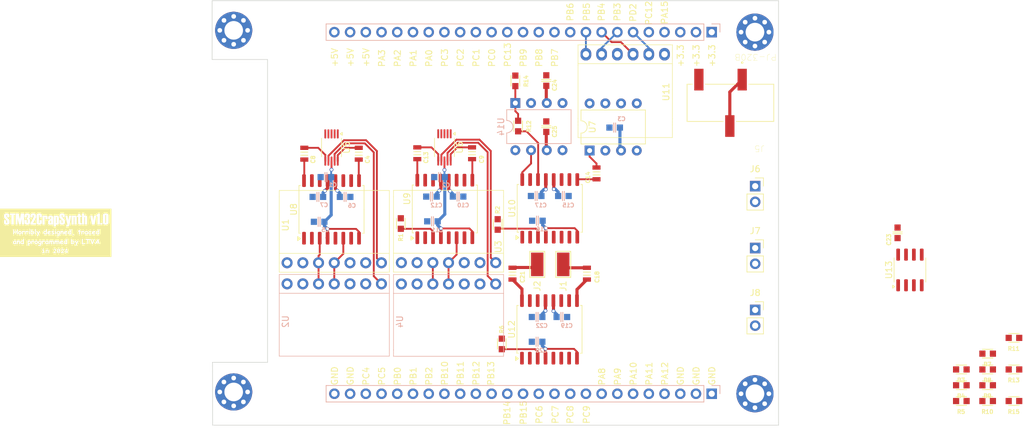
<source format=kicad_pcb>
(kicad_pcb (version 20240108) (generator "pcbnew") (generator_version "8.0")
  (layers (0 "F.Cu" signal) (31 "B.Cu" signal) (34 "B.Paste" user) (35 "F.Paste" user) (36 "B.SilkS" user "B.Silkscreen") (37 "F.SilkS" user "F.Silkscreen") (38 "B.Mask" user) (39 "F.Mask" user) (44 "Edge.Cuts" user))
  (net 0 "")
  (net 1 "+3.3V")
  (net 2 "CH2_TOVOL")
  (net 3 "Net-(U8-VinR)")
  (net 4 "P,+15")
  (net 5 "GND")
  (net 6 "P,-15")
  (net 7 "/PB11")
  (net 8 "Net-(U8-VinL)")
  (net 9 "/PC4{slash}adc2_in5")
  (net 10 "/PB10")
  (net 11 "CH1_TOVOL")
  (net 12 "/PA12{slash}usb_dp")
  (net 13 "CH4_TOVOL")
  (net 14 "/PB14{slash}adc4_in4")
  (net 15 "Net-(U9-VinR)")
  (net 16 "/PA11{slash}usb_dm")
  (net 17 "CH3_TOVOL")
  (net 18 "Net-(U9-VinL)")
  (net 19 "Net-(U10-VinR)")
  (net 20 "/PA8(clock)")
  (net 21 "+5V")
  (net 22 "NOISE_TOVOL")
  (net 23 "DAC_tovol1")
  (net 24 "Net-(U12-VinR)")
  (net 25 "DAC_tovol2")
  (net 26 "Net-(U12-VinL)")
  (net 27 "P,-5")
  (net 28 "ZCEN_2")
  (net 29 "CS_AD9833_3")
  (net 30 "ZCEN_3")
  (net 31 "NOISE_CLK_SEL")
  (net 32 "PWM3")
  (net 33 "/PC2")
  (net 34 "ZCEN_1")
  (net 35 "Analog_CLK")
  (net 36 "PWM1")
  (net 37 "ZCEN_DAC")
  (net 38 "CS_AD9833_2")
  (net 39 "Analog_data")
  (net 40 "/PB12{slash}adc4_in3")
  (net 41 "/PC5{slash}adc2_in11")
  (net 42 "MUX_SEL_3")
  (net 43 "FLASH_MISO")
  (net 44 "FILT_CLK")
  (net 45 "MUX_SEL_4")
  (net 46 "CS_AD9833_1")
  (net 47 "FLASH_CLK")
  (net 48 "MUX_SEL_1")
  (net 49 "PWM4")
  (net 50 "NOISE_CS")
  (net 51 "CS_AD9833_4")
  (net 52 "MUX_SEL_2")
  (net 53 "ATTEN_CS")
  (net 54 "FLASH_MOSI")
  (net 55 "FLASH_CS")
  (net 56 "NOISE_CLK")
  (net 57 "NOISE_DI")
  (net 58 "PWM2")
  (net 59 "Net-(U13-OUT_A)")
  (net 60 "Analog_data_out1")
  (net 61 "Analog_data_out2")
  (net 62 "Net-(U13-IN_A)")
  (net 63 "CH1_OUT")
  (net 64 "CH2_OUT")
  (net 65 "CH3_OUT")
  (net 66 "Analog_data_out3")
  (net 67 "CH4_OUT")
  (net 68 "Net-(U13-INV_IN_A)")
  (net 69 "NOISE_OUT")
  (net 70 "DAC_out1")
  (net 71 "Net-(U14-Vin)")
  (net 72 "FILTER_FEEDBACK_OUT")
  (net 73 "DAC_out2")
  (net 74 "CH4_TOFILT")
  (net 75 "DDS1_out")
  (net 76 "DDS2_out")
  (net 77 "DDS3_out")
  (net 78 "DDS4_out")
  (net 85 "/PB2")
  (footprint "4ms_Connector:Socket_1x02_2.54mm_TH" (layer "F.Cu") (at 186 98.46)
    (property "Reference" "J8")
    (property "Value" "Screw_Terminal_01x02" (hide yes))
  )
  (footprint "4ms_Capacitor:C_0805" (layer "F.Cu") (at 146.79 92.6 90)
    (property "Reference" "C21")
    (property "Value" "22uF_0603_16V" (hide yes))
  )
  (footprint "Package_SO:SOIC-16W_7.5x10.3mm_P1.27mm" (layer "F.Cu") (at 135.86 82.144 90)
    (property "Reference" "U9")
    (property "Value" "~" (hide yes))
  )
  (footprint "4ms_Resistor:R_0603" (layer "F.Cu") (at 223.555 110.625)
    (property "Reference" "R9")
    (property "Value" "3.0k_0603_0.1%" (hide yes))
  )
  (footprint "4ms_Capacitor:C_0603" (layer "F.Cu") (at 209 86 90)
    (property "Reference" "C23")
    (property "Value" "0.22uF_0603_25V" (hide yes))
  )
  (footprint "4ms_Capacitor:C_0805" (layer "F.Cu") (at 160.365 76.4 90)
    (property "Reference" "C14")
    (property "Value" "22uF_0603_16V" (hide yes))
  )
  (footprint "4ms_Resistor:R_0603" (layer "F.Cu") (at 219.305 113.175)
    (property "Reference" "R5")
    (property "Value" "3.0k_0603_0.1%" (hide yes))
  )
  (footprint "4ms_Capacitor:C_0805" (layer "F.Cu") (at 113.155 73.218999 90)
    (property "Reference" "C8")
    (property "Value" "22uF_0603_16V" (hide yes))
  )
  (footprint "myLibrary:M3" (layer "F.Cu") (at 185.962184 53.577958)
    (property "Reference" "J4" (hide yes))
    (property "Value" "Conn_01x01" (hide yes))
  )
  (footprint "project:AD9833" (layer "F.Cu") (at 118 90.844 90)
    (property "Reference" "U1")
    (property "Value" "~" (hide yes))
  )
  (footprint "4ms_Resistor:R_0603" (layer "F.Cu") (at 223.555 108.075)
    (property "Reference" "R8")
    (property "Value" "2.2k_0603" (hide yes))
  )
  (footprint "Package_SO:SOIC-16W_7.5x10.3mm_P1.27mm" (layer "F.Cu") (at 117.555 82.218999 90)
    (property "Reference" "U8")
    (property "Value" "~" (hide yes))
  )
  (footprint "4ms_Connector:Socket_1x02_2.54mm_TH" (layer "F.Cu") (at 186 88.46)
    (property "Reference" "J7")
    (property "Value" "Screw_Terminal_01x02" (hide yes))
  )
  (footprint "project:logo_negative" (layer "F.Cu") (at 73 86)
    (property "Reference" "G***" (hide yes))
    (property "Value" "LOGO" (hide yes))
  )
  (footprint "TestPoint:TestPoint_Keystone_5019_Minature" (layer "F.Cu") (at 154.99 91.1 90)
    (property "Reference" "J1")
    (property "Value" "~" (hide yes))
  )
  (footprint "4ms_Resistor:R_0603" (layer "F.Cu") (at 223.555 113.175)
    (property "Reference" "R10")
    (property "Value" "1k_0603_0.1%" (hide yes))
  )
  (footprint "myLibrary:M3" (layer "F.Cu") (at 185.960142 112)
    (property "Reference" "J3" (hide yes))
    (property "Value" "Conn_01x01" (hide yes))
  )
  (footprint "Package_SO:VSSOP-10_3x3mm_P0.5mm" (layer "F.Cu") (at 135.8 72.2 -90)
    (property "Reference" "U6")
    (property "Value" "~" (hide yes))
  )
  (footprint "4ms_Resistor:R_0603" (layer "F.Cu") (at 128.75 84.5 -90)
    (property "Reference" "R1")
    (property "Value" "100k_0603" (hide yes))
  )
  (footprint "4ms_Capacitor:C_0805" (layer "F.Cu") (at 158.815 92.6 90)
    (property "Reference" "C18")
    (property "Value" "22uF_0603_16V" (hide yes))
  )
  (footprint "4ms_Resistor:R_0603" (layer "F.Cu") (at 147.25 61.45 90)
    (property "Reference" "R14")
    (property "Value" "1k_0603_0.1%" (hide yes))
  )
  (footprint "4ms_Capacitor:C_0805" (layer "F.Cu") (at 131.41 73.144 90)
    (property "Reference" "C13")
    (property "Value" "22uF_0603_16V" (hide yes))
  )
  (footprint "4ms_Capacitor:C_0603" (layer "F.Cu") (at 152.25 68.85 90)
    (property "Reference" "C25")
    (property "Value" "0.22uF_0603_25V" (hide yes))
  )
  (footprint "4ms_Resistor:R_0603" (layer "F.Cu") (at 219.305 110.625)
    (property "Reference" "R4")
    (property "Value" "3.0k_0603_0.1%" (hide yes))
  )
  (footprint "4ms_Resistor:R_0603" (layer "F.Cu") (at 227.805 113.175)
    (property "Reference" "R15")
    (property "Value" "1k_0603_0.1%" (hide yes))
  )
  (footprint "project:BOOMELE_PJ-320B" (layer "F.Cu") (at 181 65 180)
    (property "Reference" "J5")
    (property "Value" "PJ-320B")
  )
  (footprint "myLibrary:M3" (layer "F.Cu") (at 101.750142 111.71)
    (property "Reference" "J5" (hide yes))
    (property "Value" "Conn_01x01")
  )
  (footprint "4ms_Resistor:R_0603" (layer "F.Cu") (at 227.805 102.975)
    (property "Reference" "R11")
    (property "Value" "3.0k_0603_0.1%" (hide yes))
  )
  (footprint "4ms_Resistor:R_0603" (layer "F.Cu") (at 144.4 84.65 -90)
    (property "Reference" "R2")
    (property "Value" "100k_0603" (hide yes))
  )
  (footprint "4ms_Resistor:R_0603" (layer "F.Cu") (at 219.305 108.075)
    (property "Reference" "R3")
    (property "Value" "3.0k_0603_0.1%" (hide yes))
  )
  (footprint "4ms_Resistor:R_0603" (layer "F.Cu") (at 147.7 68.75 90)
    (property "Reference" "R12")
    (property "Value" "1k_0603_0.1%" (hide yes))
  )
  (footprint "4ms_Resistor:R_0603" (layer "F.Cu") (at 145.065 103.95 -90)
    (property "Reference" "R6")
    (property "Value" "100k_0603" (hide yes))
  )
  (footprint "project:AD9833" (layer "F.Cu") (at 136.46 90.824 90)
    (property "Reference" "U3")
    (property "Value" "~" (hide yes))
  )
  (footprint "4ms_Connector:Socket_1x02_2.54mm_TH" (layer "F.Cu") (at 186 78.46)
    (property "Reference" "J6")
    (property "Value" "Screw_Terminal_01x02" (hide yes))
  )
  (footprint "TestPoint:TestPoint_Keystone_5019_Minature" (layer "F.Cu") (at 150.79 91.1 90)
    (property "Reference" "J2")
    (property "Value" "~" (hide yes))
  )
  (footprint "Package_SO:SOIC-8_3.9x4.9mm_P1.27mm" (layer "F.Cu") (at 211 92 90)
    (property "Reference" "U13")
    (property "Value" "~")
  )
  (footprint "project:W25Q128_board" (layer "F.Cu") (at 165 57.15 -90)
    (property "Reference" "U11")
    (property "Value" "~" (hide yes))
  )
  (footprint "4ms_Resistor:R_0603" (layer "F.Cu") (at 227.805 108.075)
    (property "Reference" "R13")
    (property "Value" "3.0k_0603_0.1%" (hide yes))
  )
  (footprint "4ms_Capacitor:C_0805" (layer "F.Cu") (at 121.955 73.218999 90)
    (property "Reference" "C4")
    (property "Value" "22uF_0603_16V" (hide yes))
  )
  (footprint "4ms_Capacitor:C_0603" (layer "F.Cu") (at 152.25 61.4 90)
    (property "Reference" "C24")
    (property "Value" "0.22uF_0603_25V" (hide yes))
  )
  (footprint "4ms_Package_DIP:DIP-8pin_TH" (layer "F.Cu") (at 159.25 72.71 90)
    (property "Reference" "U7")
    (property "Value" "~" (hide yes))
  )
  (footprint "4ms_Capacitor:C_0805" (layer "F.Cu") (at 140.26 73.144 90)
    (property "Reference" "C9")
    (property "Value" "22uF_0603_16V" (hide yes))
  )
  (footprint "Package_SO:VSSOP-10_3x3mm_P0.5mm" (layer "F.Cu") (at 117.555 72.218999 -90)
    (property "Reference" "U5")
    (property "Value" "~" (hide yes))
  )
  (footprint "Package_SO:SOIC-16W_7.5x10.3mm_P1.27mm" (layer "F.Cu") (at 152.765 101.6 90)
    (property "Reference" "U12")
    (property "Value" "~" (hide yes))
  )
  (footprint "4ms_Resistor:R_0603" (layer "F.Cu") (at 223.555 105.525)
    (property "Reference" "R7")
    (property "Value" "3.0k_0603_0.1%" (hide yes))
  )
  (footprint "Package_SO:SOIC-16W_7.5x10.3mm_P1.27mm" (layer "F.Cu") (at 152.815 82.05 90)
    (property "Reference" "U10")
    (property "Value" "~" (hide yes))
  )
  (footprint "4ms_Capacitor:C_0603" (layer "B.Cu") (at 133.86 84.144 180)
    (property "Reference" "C11")
    (property "Value" "0.22uF_0603_25V" (hide yes))
  )
  (footprint "project:AD9833" (layer "B.Cu") (at 118 94.244 -90)
    (property "Reference" "U2")
    (property "Value" "~" (hide yes))
  )
  (footprint "4ms_Capacitor:C_0603" (layer "B.Cu") (at 115.555 84.218999 180)
    (property "Reference" "C5")
    (property "Value" "0.22uF_0603_25V" (hide yes))
  )
  (footprint "4ms_Capacitor:C_0603" (layer "B.Cu") (at 150.815 84.05 180)
    (property "Reference" "C16")
    (property "Value" "0.22uF_0603_25V" (hide yes))
  )
  (footprint "4ms_Capacitor:C_0603" (layer "B.Cu") (at 150.615 80.05 180)
    (property "Reference" "C17")
    (property "Value" "0.22uF_0603_25V" (hide yes))
  )
  (footprint "Connector_PinSocket_2.54mm:PinSocket_1x25_P2.54mm_Vertical" (layer "B.Cu") (at 178.975142 112 90)
    (property "Reference" "J3" (hide yes))
    (property "Value" "Conn_01x25_Socket" (hide yes))
  )
  (footprint "4ms_Capacitor:C_0603" (layer "B.Cu") (at 119.75 80.2)
    (property "Reference" "C6")
    (property "Value" "0.22uF_0603_25V" (hide yes))
  )
  (footprint "4ms_Capacitor:C_0603" (layer "B.Cu") (at 150.765 99.6 180)
    (property "Reference" "C22")
    (property "Value" "0.22uF_0603_25V" (hide yes))
  )
  (footprint "4ms_Capacitor:C_0603" (layer "B.Cu") (at 155.015 80.05)
    (property "Reference" "C15")
    (property "Value" "0.22uF_0603_25V" (hide yes))
  )
  (footprint "4ms_Capacitor:C_0603" (layer "B.Cu") (at 116.65 77 180)
    (property "Reference" "C1")
    (property "Value" "0.22uF_0603_25V" (hide yes))
  )
  (footprint "4ms_Capacitor:C_0603" (layer "B.Cu") (at 138 80.144)
    (property "Reference" "C10")
    (property "Value" "0.22uF_0603_25V" (hide yes))
  )
  (footprint "4ms_Capacitor:C_0603" (layer "B.Cu") (at 115.35 80.2 180)
    (property "Reference" "C7")
    (property "Value" "0.22uF_0603_25V" (hide yes))
  )
  (footprint "project:AD9833" (layer "B.Cu") (at 136.46 94.264 -90)
    (property "Reference" "U4")
    (property "Value" "~" (hide yes))
  )
  (footprint "4ms_Capacitor:C_0603" (layer "B.Cu") (at 135 77 180)
    (property "Reference" "C2")
    (property "Value" "0.22uF_0603_25V" (hide yes))
  )
  (footprint "myLibrary:M3" (layer "B.Cu") (at 101.750142 53.29 180)
    (property "Reference" "J2" (hide yes))
    (property "Value" "Conn_01x01" (hide yes))
  )
  (footprint "4ms_Package_DIP:DIP-8pin_TH" (layer "B.Cu") (at 147.25 65.04 -90)
    (property "Reference" "U14")
    (property "Value" "~" (hide yes))
  )
  (footprint "4ms_Capacitor:C_0603" (layer "B.Cu") (at 163.3 69 180)
    (property "Reference" "C3")
    (property "Value" "0.22uF_0603_25V" (hide yes))
  )
  (footprint "4ms_Capacitor:C_0603" (layer "B.Cu") (at 150.765 103.6 180)
    (property "Reference" "C20")
    (property "Value" "0.22uF_0603_25V" (hide yes))
  )
  (footprint "4ms_Capacitor:C_0603" (layer "B.Cu") (at 133.7 80.15 180)
    (property "Reference" "C12")
    (property "Value" "0.22uF_0603_25V" (hide yes))
  )
  (footprint "Connector_PinSocket_2.54mm:PinSocket_1x25_P2.54mm_Vertical" (layer "B.Cu") (at 178.975142 53.58 90)
    (property "Reference" "J4" (hide yes))
    (property "Value" "Conn_01x25_Socket" (hide yes))
  )
  (footprint "4ms_Capacitor:C_0603" (layer "B.Cu") (at 154.765 99.6)
    (property "Reference" "C19")
    (property "Value" "0.22uF_0603_25V" (hide yes))
  )
  (gr_circle (center 101.760142 53.301285) (end 101.700142 51.901285) (stroke (width 0.1)) (fill none) (layer "Edge.Cuts"))
  (gr_line (start 98.270142 58.000001) (end 107.220177 58.000001) (stroke (width 0.1)) (layer "Edge.Cuts"))
  (gr_circle (center 185.960142 53.58) (end 185.660142 52.179734) (stroke (width 0.1)) (fill none) (layer "Edge.Cuts"))
  (gr_line (start 98.330142 106.92) (end 98.350142 117.08) (stroke (width 0.1)) (layer "Edge.Cuts"))
  (gr_line (start 189.770142 117.08) (end 189.770142 48.5) (stroke (width 0.1)) (layer "Edge.Cuts"))
  (gr_circle (center 186 112) (end 185.98 110.6) (stroke (width 0.1)) (fill none) (layer "Edge.Cuts"))
  (gr_circle (center 101.750142 111.710571) (end 101.790142 110.310571) (stroke (width 0.1)) (fill none) (layer "Edge.Cuts"))
  (gr_line (start 107.220142 58.025) (end 107.220142 106.92) (stroke (width 0.1)) (layer "Edge.Cuts"))
  (gr_line (start 98.270142 48.5) (end 189.770142 48.5) (stroke (width 0.1)) (layer "Edge.Cuts"))
  (gr_circle (center 101.725142 53.301285) (end 101.665142 51.901285) (stroke (width 0.1)) (fill none) (layer "Edge.Cuts"))
  (gr_line (start 107.220142 106.92) (end 98.330142 106.92) (stroke (width 0.1)) (layer "Edge.Cuts"))
  (gr_line (start 189.770142 117.08) (end 98.350142 117.08) (stroke (width 0.1)) (layer "Edge.Cuts"))
  (gr_line (start 98.270142 48.5) (end 98.270142 58.000001) (stroke (width 0.1)) (layer "Edge.Cuts"))
  (gr_circle (center 101.715142 111.710571) (end 101.755142 110.310571) (stroke (width 0.1)) (fill none) (layer "Edge.Cuts"))
  (gr_text "+3.3" (at 177.070142 59.295 90) (layer "F.SilkS") (effects (font (size 1 1)) (justify left bottom)))
  (gr_text "PB9" (at 149.130142 59.295 90) (layer "F.SilkS") (effects (font (size 1 1)) (justify left bottom)))
  (gr_text "GND" (at 174.530142 110.73 90) (layer "F.SilkS") (effects (font (size 1 1)) (justify left bottom)))
  (gr_text "+5V" (at 123.730142 59.295 90) (layer "F.SilkS") (effects (font (size 1 1)) (justify left bottom)))
  (gr_text "PA1" (at 131.350142 59.295 90) (layer "F.SilkS") (effects (font (size 1 1)) (justify left bottom)))
  (gr_text "PB8" (at 151.670142 59.295 90) (layer "F.SilkS") (effects (font (size 1 1)) (justify left bottom)))
  (gr_text "PB0" (at 128.810142 110.73 90) (layer "F.SilkS") (effects (font (size 1 1)) (justify left bottom)))
  (gr_text "PB11" (at 138.970142 110.73 90) (layer "F.SilkS") (effects (font (size 1 1)) (justify left bottom)))
  (gr_text "PC1" (at 141.510142 59.295 90) (layer "F.SilkS") (effects (font (size 1 1)) (justify left bottom)))
  (gr_text "PC3" (at 136.430142 59.295 90) (layer "F.SilkS") (effects (font (size 1 1)) (justify left bottom)))
  (gr_text "+3.3" (at 179.610142 59.295 90) (layer "F.SilkS") (effects (font (size 1 1)) (justify left bottom)))
  (gr_text "PB5" (at 159.35 51.9 90) (layer "F.SilkS") (effects (font (size 1 1)) (justify left bottom)))
  (gr_text "PA0" (at 133.890142 59.295 90) (layer "F.SilkS") (effects (font (size 1 1)) (justify left bottom)))
  (gr_text "GND" (at 179.610142 110.73 90) (layer "F.SilkS") (effects (font (size 1 1)) (justify left bottom)))
  (gr_text "PC4" (at 123.730142 110.73 90) (layer "F.SilkS") (effects (font (size 1 1)) (justify left bottom)))
  (gr_text "PA12" (at 171.990142 110.73 90) (layer "F.SilkS") (effects (font (size 1 1)) (justify left bottom)))
  (gr_text "+5V" (at 121.190142 59.295 90) (layer "F.SilkS") (effects (font (size 1 1)) (justify left bottom)))
  (gr_text "PB1" (at 131.350142 110.73 90) (layer "F.SilkS") (effects (font (size 1 1)) (justify left bottom)))
  (gr_text "PB13" (at 143.9 110.75 90) (layer "F.SilkS") (effects (font (size 1 1)) (justify left bottom)))
  (gr_text "PD2" (at 166.85 52 90) (layer "F.SilkS") (effects (font (size 1 1)) (justify left bottom)))
  (gr_text "PC0" (at 144.050142 59.295 90) (layer "F.SilkS") (effects (font (size 1 1)) (justify left bottom)))
  (gr_text "PA10" (at 166.910142 110.73 90) (layer "F.SilkS") (effects (font (size 1 1)) (justify left bottom)))
  (gr_text "PA9" (at 164.370142 110.73 90) (layer "F.SilkS") (effects (font (size 1 1)) (justify left bottom)))
  (gr_text "PC9" (at 159.35 116.95 90) (layer "F.SilkS") (effects (font (size 1 1)) (justify left bottom)))
  (gr_text "PB4" (at 161.75 51.9 90) (layer "F.SilkS") (effects (font (size 1 1)) (justify left bottom)))
  (gr_text "PA2" (at 128.810142 59.295 90) (layer "F.SilkS") (effects (font (size 1 1)) (justify left bottom)))
  (gr_text "+3.3" (at 174.530142 59.295 90) (layer "F.SilkS") (effects (font (size 1 1)) (justify left bottom)))
  (gr_text "PA3" (at 126.270142 59.295 90) (layer "F.SilkS") (effects (font (size 1 1)) (justify left bottom)))
  (gr_text "GND" (at 118.650142 110.73 90) (layer "F.SilkS") (effects (font (size 1 1)) (justify left bottom)))
  (gr_text "PB10" (at 136.430142 110.73 90) (layer "F.SilkS") (effects (font (size 1 1)) (justify left bottom)))
  (gr_text "PB14" (at 146.5 117.15 90) (layer "F.SilkS") (effects (font (size 1 1)) (justify left bottom)))
  (gr_text "PB12" (at 141.510142 110.73 90) (layer "F.SilkS") (effects (font (size 1 1)) (justify left bottom)))
  (gr_text "PC7" (at 154.3 116.95 90) (layer "F.SilkS") (effects (font (size 1 1)) (justify left bottom)))
  (gr_text "PC6" (at 151.7 116.95 90) (layer "F.SilkS") (effects (font (size 1 1)) (justify left bottom)))
  (gr_text "PB6" (at 156.7 51.9 90) (layer "F.SilkS") (effects (font (size 1 1)) (justify left bottom)))
  (gr_text "PA8" (at 161.830142 110.73 90) (layer "F.SilkS") (effects (font (size 1 1)) (justify left bottom)))
  (gr_text "PC13" (at 146.590142 59.295 90) (layer "F.SilkS") (effects (font (size 1 1)) (justify left bottom)))
  (gr_text "PB15" (at 149.15 117.1 90) (layer "F.SilkS") (effects (font (size 1 1)) (justify left bottom)))
  (gr_text "PB2" (at 133.890142 110.73 90) (layer "F.SilkS") (effects (font (size 1 1)) (justify left bottom)))
  (gr_text "PC12" (at 169.4 52.55 90) (layer "F.SilkS") (effects (font (size 1 1)) (justify left bottom)))
  (gr_text "PC2" (at 138.970142 59.295 90) (layer "F.SilkS") (effects (font (size 1 1)) (justify left bottom)))
  (gr_text "PC5" (at 126.270142 110.73 90) (layer "F.SilkS") (effects (font (size 1 1)) (justify left bottom)))
  (gr_text "+5V" (at 118.650142 59.295 90) (layer "F.SilkS") (effects (font (size 1 1)) (justify left bottom)))
  (gr_text "PA11" (at 169.450142 110.73 90) (layer "F.SilkS") (effects (font (size 1 1)) (justify left bottom)))
  (gr_text "GND" (at 121.190142 110.73 90) (layer "F.SilkS") (effects (font (size 1 1)) (justify left bottom)))
  (gr_text "PA15" (at 171.95 52.4 90) (layer "F.SilkS") (effects (font (size 1 1)) (justify left bottom)))
  (gr_text "PC8" (at 156.7 116.95 90) (layer "F.SilkS") (effects (font (size 1 1)) (justify left bottom)))
  (gr_text "PB7" (at 154.210142 59.295 90) (layer "F.SilkS") (effects (font (size 1 1)) (justify left bottom)))
  (gr_text "PB3" (at 164.3 51.9 90) (layer "F.SilkS") (effects (font (size 1 1)) (justify left bottom)))
  (gr_text "GND" (at 177.070142 110.73 90) (layer "F.SilkS") (effects (font (size 1 1)) (justify left bottom)))
  (segment (start 119.755 72.268999) (end 121.955 72.268999) (width 0.3) (layer "F.Cu") (net 2))
  (segment (start 118.555 74.418999) (end 118.555 73.468999) (width 0.3) (layer "F.Cu") (net 2))
  (segment (start 118.555 73.468999) (end 119.755 72.268999) (width 0.3) (layer "F.Cu") (net 2))
  (segment (start 121.955 74.168999) (end 121.955 77.523999) (width 0.3) (layer "F.Cu") (net 3))
  (segment (start 121.955 77.523999) (end 122 77.568999) (width 0.3) (layer "F.Cu") (net 3))
  (segment (start 153.465 77.415) (end 153.45 77.4) (width 0.5) (layer "F.Cu") (net 4))
  (segment (start 136.7205 79.2705) (end 136.495 79.045) (width 0.5) (layer "F.Cu") (net 4))
  (segment (start 153.465 78.95) (end 153.465 77.415) (width 0.5) (layer "F.Cu") (net 4))
  (segment (start 136.495 79.045) (end 136.495 77.494) (width 0.5) (layer "F.Cu") (net 4))
  (segment (start 136.7205 79.2795) (end 136.7205 79.2705) (width 0.5) (layer "F.Cu") (net 4))
  (segment (start 118.5 79.2) (end 118.19 78.89) (width 0.5) (layer "F.Cu") (net 4))
  (segment (start 153.415 96.965) (end 153.4 96.95) (width 0.5) (layer "F.Cu") (net 4))
  (segment (start 153.415 98.65) (end 153.415 96.965) (width 0.5) (layer "F.Cu") (net 4))
  (segment (start 118.19 78.89) (end 118.19 77.568999) (width 0.5) (layer "F.Cu") (net 4))
  (segment (start 118.255 77.633999) (end 118.19 77.568999) (width 0.5) (layer "F.Cu") (net 4))
  (via (at 153.415 98.65) (size 0.6) (drill 0.4) (layers "F.Cu" "B.Cu") (net 4))
  (via (at 153.465 78.95) (size 0.6) (drill 0.4) (layers "F.Cu" "B.Cu") (net 4))
  (via (at 136.7205 79.2795) (size 0.6) (drill 0.4) (layers "F.Cu" "B.Cu") (net 4))
  (via (at 118.5 79.2) (size 0.6) (drill 0.4) (layers "F.Cu" "B.Cu") (net 4))
  (segment (start 153.915 99.6) (end 153.915 99.15) (width 0.5) (layer "B.Cu") (net 4))
  (segment (start 154.165 79.4) (end 154.165 80.05) (width 0.5) (layer "B.Cu") (net 4))
  (segment (start 118.9 79.6) (end 118.9 80.2) (width 0.5) (layer "B.Cu") (net 4))
  (segment (start 153.915 99.15) (end 153.415 98.65) (width 0.5) (layer "B.Cu") (net 4))
  (segment (start 118.5 79.2) (end 118.9 79.6) (width 0.5) (layer "B.Cu") (net 4))
  (segment (start 153.715 78.95) (end 154.165 79.4) (width 0.5) (layer "B.Cu") (net 4))
  (segment (start 137.15 79.709) (end 137.15 80.144) (width 0.5) (layer "B.Cu") (net 4))
  (segment (start 136.7205 79.2795) (end 137.15 79.709) (width 0.5) (layer "B.Cu") (net 4))
  (segment (start 153.465 78.95) (end 153.715 78.95) (width 0.5) (layer "B.Cu") (net 4))
  (segment (start 116.92 78.78) (end 116.92 77.568999) (width 0.5) (layer "F.Cu") (net 6))
  (segment (start 152.115 98.6) (end 152.115 96.965) (width 0.5) (layer "F.Cu") (net 6))
  (segment (start 134.975 79.175) (end 135.225 78.925) (width 0.5) (layer "F.Cu") (net 6))
  (segment (start 116.475 79.225) (end 116.92 78.78) (width 0.5) (layer "F.Cu") (net 6))
  (segment (start 152.115 96.965) (end 152.13 96.95) (width 0.5) (layer "F.Cu") (net 6))
  (segment (start 152.165 79) (end 152.165 77.415) (width 0.5) (layer "F.Cu") (net 6))
  (segment (start 152.165 77.415) (end 152.18 77.4) (width 0.5) (layer "F.Cu") (net 6))
  (segment (start 135.225 78.925) (end 135.225 77.494) (width 0.5) (layer "F.Cu") (net 6))
  (via (at 116.475 79.225) (size 0.6) (drill 0.4) (layers "F.Cu" "B.Cu") (net 6))
  (via (at 134.975 79.175) (size 0.6) (drill 0.4) (layers "F.Cu" "B.Cu") (net 6))
  (via (at 152.165 79) (size 0.6) (drill 0.4) (layers "F.Cu" "B.Cu") (net 6))
  (via (at 152.115 98.6) (size 0.6) (drill 0.4) (layers "F.Cu" "B.Cu") (net 6))
  (segment (start 151.615 99.1) (end 152.115 98.6) (width 0.5) (layer "B.Cu") (net 6))
  (segment (start 116.2 79.5) (end 116.2 80.2) (width 0.5) (layer "B.Cu") (net 6))
  (segment (start 151.615 99.6) (end 151.615 99.1) (width 0.5) (layer "B.Cu") (net 6))
  (segment (start 134.55 79.6) (end 134.55 80.2) (width 0.5) (layer "B.Cu") (net 6))
  (segment (start 151.865 79) (end 151.465 79.4) (width 0.5) (layer "B.Cu") (net 6))
  (segment (start 134.975 79.175) (end 134.55 79.6) (width 0.5) (layer "B.Cu") (net 6))
  (segment (start 151.465 79.4) (end 151.465 80.05) (width 0.5) (layer "B.Cu") (net 6))
  (segment (start 116.475 79.225) (end 116.2 79.5) (width 0.5) (layer "B.Cu") (net 6))
  (segment (start 152.165 79) (end 151.865 79) (width 0.5) (layer "B.Cu") (net 6))
  (segment (start 113.155 77.523999) (end 113.11 77.568999) (width 0.3) (layer "F.Cu") (net 8))
  (segment (start 113.155 74.168999) (end 113.155 77.523999) (width 0.3) (layer "F.Cu") (net 8))
  (segment (start 116.555 74.418999) (end 116.555 73.418999) (width 0.3) (layer "F.Cu") (net 11))
  (segment (start 116.555 73.418999) (end 115.405 72.268999) (width 0.3) (layer "F.Cu") (net 11))
  (segment (start 115.405 72.268999) (end 113.155 72.268999) (width 0.3) (layer "F.Cu") (net 11))
  (segment (start 137.906 72.194) (end 136.8 73.3) (width 0.3) (layer "F.Cu") (net 13))
  (segment (start 136.8 73.3) (end 136.8 74.4) (width 0.3) (layer "F.Cu") (net 13))
  (segment (start 140.26 72.194) (end 137.906 72.194) (width 0.3) (layer "F.Cu") (net 13))
  (segment (start 140.305 74.139) (end 140.26 74.094) (width 0.3) (layer "F.Cu") (net 15))
  (segment (start 140.305 77.494) (end 140.305 74.139) (width 0.3) (layer "F.Cu") (net 15))
  (segment (start 131.41 72.194) (end 133.694 72.194) (width 0.3) (layer "F.Cu") (net 17))
  (segment (start 133.694 72.194) (end 134.8 73.3) (width 0.3) (layer "F.Cu") (net 17))
  (segment (start 134.8 73.3) (end 134.8 74.4) (width 0.3) (layer "F.Cu") (net 17))
  (segment (start 131.415 74.099) (end 131.41 74.094) (width 0.3) (layer "F.Cu") (net 18))
  (segment (start 131.415 77.494) (end 131.415 74.099) (width 0.3) (layer "F.Cu") (net 18))
  (segment (start 157.31 77.35) (end 157.26 77.4) (width 0.3) (layer "F.Cu") (net 19))
  (segment (start 160.365 77.35) (end 157.31 77.35) (width 0.3) (layer "F.Cu") (net 19))
  (segment (start 157.26 86.7) (end 157.26 85.675001) (width 0.3) (layer "F.Cu") (net 21))
  (segment (start 135.235 85.294) (end 135.235 86.784) (width 0.5) (layer "F.Cu") (net 21))
  (segment (start 140.305 85.769001) (end 139.829999 85.294) (width 0.3) (layer "F.Cu") (net 21))
  (segment (start 122 86.868999) (end 122 85.844) (width 0.3) (layer "F.Cu") (net 21))
  (segment (start 122 85.844) (end 121.524999 85.368999) (width 0.3) (layer "F.Cu") (net 21))
  (segment (start 152.25 72.58) (end 152.33 72.66) (width 0.5) (layer "F.Cu") (net 21))
  (segment (start 152.115 106.235) (end 152.13 106.25) (width 0.5) (layer "F.Cu") (net 21))
  (segment (start 157.26 85.675001) (end 156.834999 85.25) (width 0.3) (layer "F.Cu") (net 21))
  (segment (start 157.21 105.225001) (end 156.734999 104.75) (width 0.3) (layer "F.Cu") (net 21))
  (segment (start 116.855 86.803999) (end 116.92 86.868999) (width 0.5) (layer "F.Cu") (net 21))
  (segment (start 152.165 85.25) (end 152.165 86.685) (width 0.5) (layer "F.Cu") (net 21))
  (segment (start 152.115 104.75) (end 152.115 106.235) (width 0.5) (layer "F.Cu") (net 21))
  (segment (start 121.524999 85.368999) (end 116.905 85.368999) (width 0.3) (layer "F.Cu") (net 21))
  (segment (start 156.834999 85.25) (end 152.165 85.25) (width 0.3) (layer "F.Cu") (net 21))
  (segment (start 116.905 86.853999) (end 116.92 86.868999) (width 0.5) (layer "F.Cu") (net 21))
  (segment (start 140.305 86.794) (end 140.305 85.769001) (width 0.3) (layer "F.Cu") (net 21))
  (segment (start 117.555 75.795) (end 117.555 74.418999) (width 0.3) (layer "F.Cu") (net 21))
  (segment (start 139.829999 85.294) (end 135.235 85.294) (width 0.3) (layer "F.Cu") (net 21))
  (segment (start 116.905 85.368999) (end 116.905 86.853999) (width 0.5) (layer "F.Cu") (net 21))
  (segment (start 152.25 69.7) (end 152.25 72.58) (width 0.5) (layer "F.Cu") (net 21))
  (segment (start 156.734999 104.75) (end 152.115 104.75) (width 0.3) (layer "F.Cu") (net 21))
  (segment (start 117.55 75.8) (end 117.555 75.795) (width 0.3) (layer "F.Cu") (net 21))
  (segment (start 135.235 86.784) (end 135.225 86.794) (width 0.5) (layer "F.Cu") (net 21))
  (segment (start 152.165 86.685) (end 152.18 86.7) (width 0.5) (layer "F.Cu") (net 21))
  (segment (start 135.8 74.4) (end 135.8 75.85) (width 0.3) (layer "F.Cu") (net 21))
  (segment (start 157.21 106.25) (end 157.21 105.225001) (width 0.3) (layer "F.Cu") (net 21))
  (via (at 152.165 85.25) (size 0.6) (drill 0.4) (layers "F.Cu" "B.Cu") (net 21))
  (via (at 117.55 75.8) (size 0.6) (drill 0.4) (layers "F.Cu" "B.Cu") (net 21))
  (via (at 116.905 85.368999) (size 0.6) (drill 0.4) (layers "F.Cu" "B.Cu") (net 21))
  (via (at 135.235 85.294) (size 0.6) (drill 0.4) (layers "F.Cu" "B.Cu") (net 21))
  (via (at 152.115 104.75) (size 0.6) (drill 0.4) (layers "F.Cu" "B.Cu") (net 21))
  (via (at 135.8 75.85) (size 0.6) (drill 0.4) (layers "F.Cu" "B.Cu") (net 21))
  (segment (start 135.8 75.85) (end 135.8 76.95) (width 0.3) (layer "B.Cu") (net 21))
  (segment (start 135.8 76.95) (end 135.85 77) (width 0.3) (layer "B.Cu") (net 21))
  (segment (start 151.665 84.75) (end 152.165 85.25) (width 0.5) (layer "B.Cu") (net 21))
  (segment (start 164.15 72.53) (end 164.33 72.71) (width 0.5) (layer "B.Cu") (net 21))
  (segment (start 116.405 84.868999) (end 116.405 84.218999) (width 0.5) (layer "B.Cu") (net 21))
  (segment (start 151.615 104.25) (end 152.115 104.75) (width 0.5) (layer "B.Cu") (net 21))
  (segment (start 116.905 85.368999) (end 116.405 84.868999) (width 0.5) (layer "B.Cu") (net 21))
  (segment (start 151.665 84.05) (end 151.665 84.75) (width 0.5) (layer "B.Cu") (net 21))
  (segment (start 117.5 83.123999) (end 117.5 77) (width 0.5) (layer "B.Cu") (net 21))
  (segment (start 134.71 84.144) (end 134.71 84.769) (width 0.5) (layer "B.Cu") (net 21))
  (segment (start 117.5 75.85) (end 117.55 75.8) (width 0.3) (layer "B.Cu") (net 21))
  (segment (start 117.5 77) (end 117.5 75.85) (width 0.3) (layer "B.Cu") (net 21))
  (segment (start 134.71 84.769) (end 135.235 85.294) (width 0.5) (layer "B.Cu") (net 21))
  (segment (start 164.15 69) (end 164.15 72.53) (width 0.5) (layer "B.Cu") (net 21))
  (segment (start 135.85 83.004) (end 135.85 77) (width 0.5) (layer "B.Cu") (net 21))
  (segment (start 151.615 103.6) (end 151.615 104.25) (width 0.5) (layer "B.Cu") (net 21))
  (segment (start 134.71 84.144) (end 135.85 83.004) (width 0.5) (layer "B.Cu") (net 21))
  (segment (start 116.405 84.218999) (end 117.5 83.123999) (width 0.5) (layer "B.Cu") (net 21))
  (segment (start 160.365 75.45) (end 160.365 74.815) (width 0.3) (layer "F.Cu") (net 22))
  (segment (start 160.365 74.815) (end 159.25 73.7) (width 0.3) (layer "F.Cu") (net 22))
  (segment (start 159.25 73.7) (end 159.25 72.71) (width 0.3) (layer "F.Cu") (net 22))
  (segment (start 155.54 91.65) (end 154.99 91.1) (width 0.5) (layer "F.Cu") (net 23))
  (segment (start 158.815 91.65) (end 155.54 91.65) (width 0.5) (layer "F.Cu") (net 23))
  (segment (start 155.04 91.65) (end 154.99 91.6) (width 0.5) (layer "F.Cu") (net 23))
  (segment (start 157.21 96.95) (end 157.21 95.155) (width 0.5) (layer "F.Cu") (net 24))
  (segment (start 157.21 95.155) (end 158.815 93.55) (width 0.5) (layer "F.Cu") (net 24))
  (segment (start 146.84 91.6) (end 146.79 91.65) (width 0.5) (layer "F.Cu") (net 25))
  (segment (start 150.79 91.6) (end 146.84 91.6) (width 0.5) (layer "F.Cu") (net 25))
  (segment (start 148.32 95.08) (end 148.32 96.95) (width 0.5) (layer "F.Cu") (net 26))
  (segment (start 146.79 93.55) (end 148.32 95.08) (width 0.5) (layer "F.Cu") (net 26))
  (segment (start 152.25 62.25) (end 152.25 64.96) (width 0.5) (layer "F.Cu") (net 27))
  (segment (start 152.25 64.96) (end 152.33 65.04) (width 0.5) (layer "F.Cu") (net 27))
  (segment (start 118 90.844) (end 118 94.244) (width 0.3) (layer "F.Cu") (net 35))
  (segment (start 137.765 89.519) (end 137.765 86.794) (width 0.3) (layer "F.Cu") (net 35))
  (segment (start 136.46 90.824) (end 137.765 89.519) (width 0.3) (layer "F.Cu") (net 35))
  (segment (start 119.46 89.384) (end 119.46 86.868999) (width 0.3) (layer "F.Cu") (net 35))
  (segment (start 118 90.844) (end 119.46 89.384) (width 0.3) (layer "F.Cu") (net 35))
  (segment (start 136.46 94.264) (end 136.46 90.824) (width 0.3) (layer "F.Cu") (net 35))
  (segment (start 115.65 89.544) (end 115.65 86.868999) (width 0.3) (layer "F.Cu") (net 39))
  (segment (start 115.46 90.844) (end 115.46 89.734) (width 0.3) (layer "F.Cu") (net 39))
  (segment (start 133.92 94.264) (end 133.92 90.824) (width 0.3) (layer "F.Cu") (net 39))
  (segment (start 115.46 90.844) (end 115.46 94.244) (width 0.3) (layer "F.Cu") (net 39))
  (segment (start 115.46 89.734) (end 115.65 89.544) (width 0.3) (layer "F.Cu") (net 39))
  (segment (start 162.815142 55.2) (end 161.195142 53.58) (width 0.3) (layer "F.Cu") (net 43))
  (segment (start 164.32 55.2) (end 162.815142 55.2) (width 0.3) (layer "F.Cu") (net 43))
  (segment (start 166.27 57.15) (end 164.32 55.2) (width 0.3) (layer "F.Cu") (net 43))
  (segment (start 161.19 57.15) (end 161.19 56.125142) (width 0.3) (layer "B.Cu") (net 47))
  (segment (start 161.19 56.125142) (end 163.735142 53.58) (width 0.3) (layer "B.Cu") (net 47))
  (segment (start 158.65 57.15) (end 158.65 53.585142) (width 0.3) (layer "B.Cu") (net 54))
  (segment (start 158.65 53.585142) (end 158.655142 53.58) (width 0.3) (layer "B.Cu") (net 54))
  (segment (start 168.81 57.15) (end 168.81 56.114858) (width 0.3) (layer "B.Cu") (net 55))
  (segment (start 168.81 56.114858) (end 166.275142 53.58) (width 0.3) (layer "B.Cu") (net 55))
  (segment (start 181.9 63.25) (end 181.9 68.75) (width 0.5) (layer "F.Cu") (net 59))
  (segment (start 183.9 61.25) (end 181.9 63.25) (width 0.5) (layer "F.Cu") (net 59))
  (segment (start 133.535999 85.35) (end 128.75 85.35) (width 0.3) (layer "F.Cu") (net 60))
  (segment (start 133.955 85.769001) (end 133.535999 85.35) (width 0.3) (layer "F.Cu") (net 60))
  (segment (start 133.955 86.794) (end 133.955 85.769001) (width 0.3) (layer "F.Cu") (net 60))
  (segment (start 150.91 85.675001) (end 150.559999 85.325) (width 0.3) (layer "F.Cu") (net 61))
  (segment (start 150.559999 85.325) (end 144.575 85.325) (width 0.3) (layer "F.Cu") (net 61))
  (segment (start 150.91 86.7) (end 150.91 85.675001) (width 0.3) (layer "F.Cu") (net 61))
  (segment (start 144.575 85.325) (end 144.4 85.5) (width 0.3) (layer "F.Cu") (net 61))
  (segment (start 150.86 106.25) (end 150.86 105.225001) (width 0.3) (layer "F.Cu") (net 66))
  (segment (start 150.86 105.225001) (end 150.434999 104.8) (width 0.3) (layer "F.Cu") (net 66))
  (segment (start 150.434999 104.8) (end 145.065 104.8) (width 0.3) (layer "F.Cu") (net 66))
  (segment (start 148.37 77.4) (end 148.37 76.23) (width 0.3) (layer "F.Cu") (net 67))
  (segment (start 149.8 74.8) (end 149.8 74.6) (width 0.3) (layer "F.Cu") (net 67))
  (segment (start 148.37 76.23) (end 149.8 74.8) (width 0.3) (layer "F.Cu") (net 67))
  (segment (start 149.79 74.59) (end 149.79 72.66) (width 0.3) (layer "F.Cu") (net 67))
  (segment (start 149.8 74.6) (end 149.79 74.59) (width 0.3) (layer "F.Cu") (net 67))
  (segment (start 147.25 66.35) (end 147.7 66.8) (width 0.3) (layer "F.Cu") (net 71))
  (segment (start 147.25 65.04) (end 147.25 66.35) (width 0.3) (layer "F.Cu") (net 71))
  (segment (start 147.7 66.8) (end 147.7 67.9) (width 0.3) (layer "F.Cu") (net 71))
  (segment (start 147.25 62.3) (end 147.25 65.04) (width 0.3) (layer "F.Cu") (net 71))
  (segment (start 150.94 77.37) (end 150.94 71.49) (width 0.3) (layer "F.Cu") (net 72))
  (segment (start 150.94 71.49) (end 149.05 69.6) (width 0.3) (layer "F.Cu") (net 72))
  (segment (start 150.91 77.4) (end 150.94 77.37) (width 0.3) (layer "F.Cu") (net 72))
  (segment (start 149.05 69.6) (end 147.7 69.6) (width 0.3) (layer "F.Cu") (net 72))
  (segment (start 124.881 72.787892) (end 123.137108 71.044) (width 0.3) (layer "F.Cu") (net 75))
  (segment (start 125.62 90.844) (end 124.881 90.105) (width 0.3) (layer "F.Cu") (net 75))
  (segment (start 124.881 90.105) (end 124.881 72.787892) (width 0.3) (layer "F.Cu") (net 75))
  (segment (start 119.565787 71.044) (end 117.055 73.554787) (width 0.3) (layer "F.Cu") (net 75))
  (segment (start 117.055 73.554787) (end 117.055 74.418999) (width 0.3) (layer "F.Cu") (net 75))
  (segment (start 123.137108 71.044) (end 119.565787 71.044) (width 0.3) (layer "F.Cu") (net 75))
  (segment (start 118.055 73.261893) (end 118.055 74.418999) (width 0.3) (layer "F.Cu") (net 76))
  (segment (start 122.930001 71.544) (end 119.772893 71.544) (width 0.3) (layer "F.Cu") (net 76))
  (segment (start 124.381 72.994999) (end 122.930001 71.544) (width 0.3) (layer "F.Cu") (net 76))
  (segment (start 124.381 93.005) (end 124.381 72.994999) (width 0.3) (layer "F.Cu") (net 76))
  (segment (start 119.772893 71.544) (end 118.055 73.261893) (width 0.3) (layer "F.Cu") (net 76))
  (segment (start 125.62 94.244) (end 124.381 93.005) (width 0.3) (layer "F.Cu") (net 76))
  (segment (start 137.735787 70.95) (end 135.3 73.385787) (width 0.3) (layer "F.Cu") (net 77))
  (segment (start 144.08 90.824) (end 143.279 90.023) (width 0.3) (layer "F.Cu") (net 77))
  (segment (start 141.46 70.95) (end 137.735787 70.95) (width 0.3) (layer "F.Cu") (net 77))
  (segment (start 143.279 72.769) (end 141.46 70.95) (width 0.3) (layer "F.Cu") (net 77))
  (segment (start 135.3 73.385787) (end 135.3 74.4) (width 0.3) (layer "F.Cu") (net 77))
  (segment (start 143.279 90.023) (end 143.279 72.769) (width 0.3) (layer "F.Cu") (net 77))
  (segment (start 136.3 73.092893) (end 136.3 74.4) (width 0.3) (layer "F.Cu") (net 78))
  (segment (start 137.942893 71.45) (end 136.3 73.092893) (width 0.3) (layer "F.Cu") (net 78))
  (segment (start 142.779 72.976106) (end 141.252894 71.45) (width 0.3) (layer "F.Cu") (net 78))
  (segment (start 141.252894 71.45) (end 137.942893 71.45) (width 0.3) (layer "F.Cu") (net 78))
  (segment (start 144.08 94.264) (end 142.779 92.963) (width 0.3) (layer "F.Cu") (net 78))
  (segment (start 142.779 92.963) (end 142.779 72.976106) (width 0.3) (layer "F.Cu") (net 78))
)
</source>
